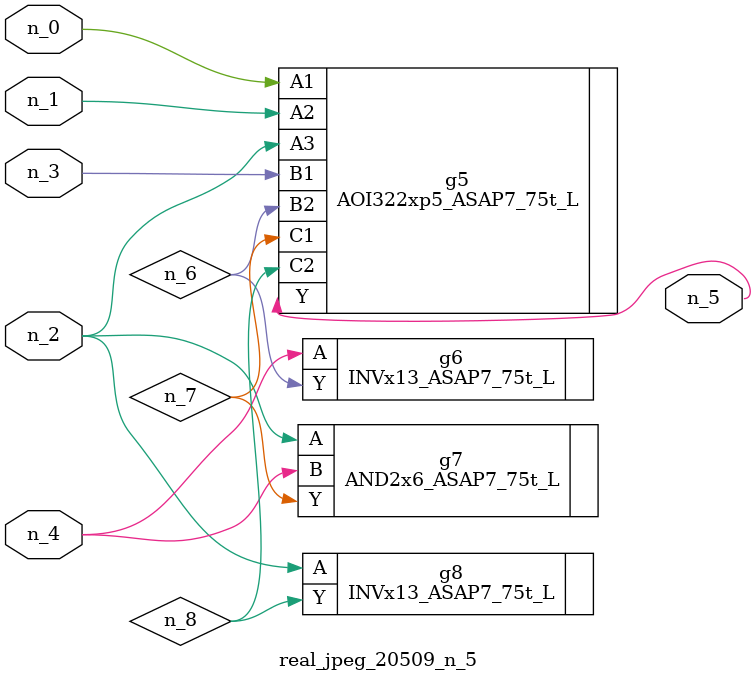
<source format=v>
module real_jpeg_20509_n_5 (n_4, n_0, n_1, n_2, n_3, n_5);

input n_4;
input n_0;
input n_1;
input n_2;
input n_3;

output n_5;

wire n_8;
wire n_6;
wire n_7;

AOI322xp5_ASAP7_75t_L g5 ( 
.A1(n_0),
.A2(n_1),
.A3(n_2),
.B1(n_3),
.B2(n_6),
.C1(n_7),
.C2(n_8),
.Y(n_5)
);

AND2x6_ASAP7_75t_L g7 ( 
.A(n_2),
.B(n_4),
.Y(n_7)
);

INVx13_ASAP7_75t_L g8 ( 
.A(n_2),
.Y(n_8)
);

INVx13_ASAP7_75t_L g6 ( 
.A(n_4),
.Y(n_6)
);


endmodule
</source>
